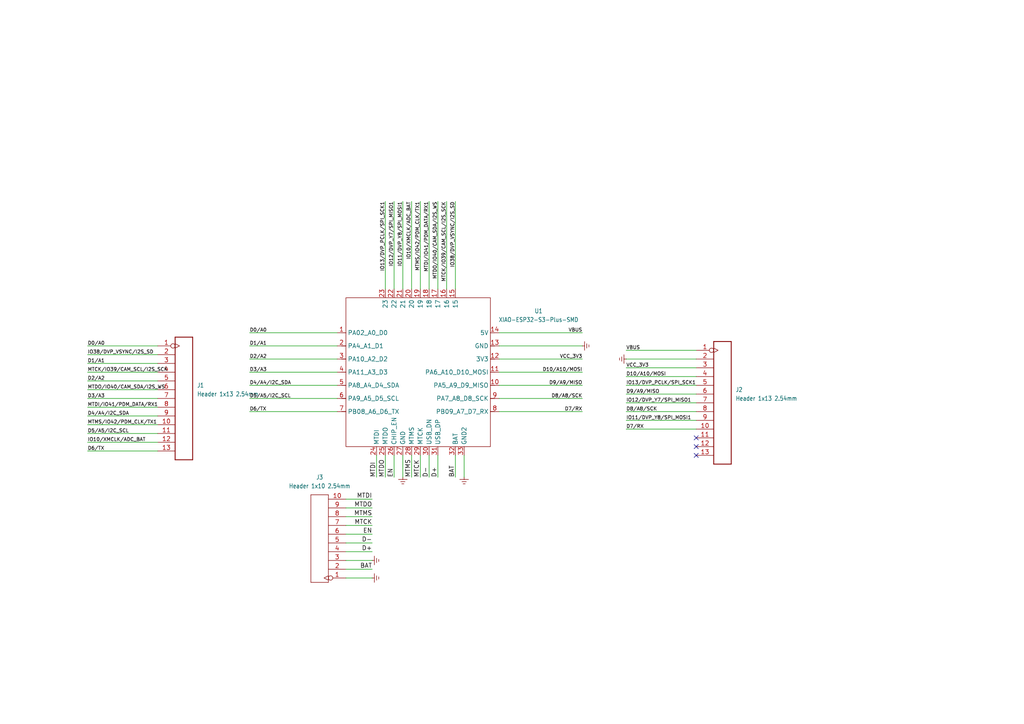
<source format=kicad_sch>
(kicad_sch
	(version 20231120)
	(generator "eeschema")
	(generator_version "8.0")
	(uuid "636c0511-9c19-45a5-8dea-7a4f2c4d77d5")
	(paper "A4")
	(lib_symbols
		(symbol "Connector/HEADER-11P_1"
			(exclude_from_sim no)
			(in_bom yes)
			(on_board yes)
			(property "Reference" "J1"
				(at 3.81 1.2701 0)
				(effects
					(font
						(size 1.27 1.0795)
					)
					(justify left)
				)
			)
			(property "Value" "Header 1x11 2.54mm"
				(at 3.81 -1.2699 0)
				(effects
					(font
						(size 1.27 1.0795)
					)
					(justify left)
				)
			)
			(property "Footprint" "Connector:H11-2.54-35"
				(at 0 0 0)
				(effects
					(font
						(size 1.27 1.27)
					)
					(hide yes)
				)
			)
			(property "Datasheet" ""
				(at 0 0 0)
				(effects
					(font
						(size 1.27 1.27)
					)
					(hide yes)
				)
			)
			(property "Description" "DIP Black Male Header VERT;1*11P-2.54-2.54-11.6/3.0mm"
				(at 0 0 0)
				(effects
					(font
						(size 1.27 1.27)
					)
					(hide yes)
				)
			)
			(property "Manufacturer" "思拓展"
				(at 0 0 0)
				(effects
					(font
						(size 1.27 1.27)
					)
					(hide yes)
				)
			)
			(property "MPN" ""
				(at 0 0 0)
				(effects
					(font
						(size 1.27 1.27)
					)
					(hide yes)
				)
			)
			(property "SKU" "HEADER-11P"
				(at 0 0 0)
				(effects
					(font
						(size 1.27 1.27)
					)
					(hide yes)
				)
			)
			(property "Part Type" "Header"
				(at 0 0 0)
				(effects
					(font
						(size 1.27 1.27)
					)
					(hide yes)
				)
			)
			(property "Rating" ""
				(at 0 0 0)
				(effects
					(font
						(size 1.27 1.27)
					)
				)
			)
			(property "Status" ""
				(at 0 0 0)
				(effects
					(font
						(size 1.27 1.27)
					)
					(hide yes)
				)
			)
			(property "Temperature" ""
				(at 0 0 0)
				(effects
					(font
						(size 1.27 1.27)
					)
					(hide yes)
				)
			)
			(property "Priority" ""
				(at 0 0 0)
				(effects
					(font
						(size 1.27 1.27)
					)
					(hide yes)
				)
			)
			(property "ki_fp_filters" "Connector:H11-2.54-35"
				(at 0 0 0)
				(effects
					(font
						(size 1.27 1.27)
					)
					(hide yes)
				)
			)
			(symbol "Connector/HEADER-11P_1_1_0"
				(polyline
					(pts
						(xy -2.54 -20.32) (xy -2.54 15.24)
					)
					(stroke
						(width 0.254)
						(type solid)
					)
					(fill
						(type none)
					)
				)
				(polyline
					(pts
						(xy -2.54 15.24) (xy 2.54 15.24)
					)
					(stroke
						(width 0.254)
						(type solid)
					)
					(fill
						(type none)
					)
				)
				(polyline
					(pts
						(xy 2.54 -20.32) (xy -2.54 -20.32)
					)
					(stroke
						(width 0.254)
						(type solid)
					)
					(fill
						(type none)
					)
				)
				(polyline
					(pts
						(xy 2.54 15.24) (xy 2.54 -20.32)
					)
					(stroke
						(width 0.254)
						(type solid)
					)
					(fill
						(type none)
					)
				)
				(pin passive inverted_clock
					(at -7.62 12.7 0)
					(length 5.08)
					(name "1"
						(effects
							(font
								(size 0 0)
							)
						)
					)
					(number "1"
						(effects
							(font
								(size 1.27 1.27)
							)
						)
					)
				)
				(pin passive line
					(at -7.62 -10.16 0)
					(length 5.08)
					(name "10"
						(effects
							(font
								(size 0 0)
							)
						)
					)
					(number "10"
						(effects
							(font
								(size 1.27 1.27)
							)
						)
					)
				)
				(pin passive line
					(at -7.62 -12.7 0)
					(length 5.08)
					(name "11"
						(effects
							(font
								(size 0 0)
							)
						)
					)
					(number "11"
						(effects
							(font
								(size 1.27 1.27)
							)
						)
					)
				)
				(pin passive line
					(at -7.62 -15.24 0)
					(length 5.08)
					(name "12"
						(effects
							(font
								(size 0 0)
							)
						)
					)
					(number "12"
						(effects
							(font
								(size 1.27 1.27)
							)
						)
					)
				)
				(pin passive line
					(at -7.62 -17.78 0)
					(length 5.08)
					(name "13"
						(effects
							(font
								(size 0 0)
							)
						)
					)
					(number "13"
						(effects
							(font
								(size 1.27 1.27)
							)
						)
					)
				)
				(pin passive line
					(at -7.62 10.16 0)
					(length 5.08)
					(name "2"
						(effects
							(font
								(size 0 0)
							)
						)
					)
					(number "2"
						(effects
							(font
								(size 1.27 1.27)
							)
						)
					)
				)
				(pin passive line
					(at -7.62 7.62 0)
					(length 5.08)
					(name "3"
						(effects
							(font
								(size 0 0)
							)
						)
					)
					(number "3"
						(effects
							(font
								(size 1.27 1.27)
							)
						)
					)
				)
				(pin passive line
					(at -7.62 5.08 0)
					(length 5.08)
					(name "4"
						(effects
							(font
								(size 0 0)
							)
						)
					)
					(number "4"
						(effects
							(font
								(size 1.27 1.27)
							)
						)
					)
				)
				(pin passive line
					(at -7.62 2.54 0)
					(length 5.08)
					(name "5"
						(effects
							(font
								(size 0 0)
							)
						)
					)
					(number "5"
						(effects
							(font
								(size 1.27 1.27)
							)
						)
					)
				)
				(pin passive line
					(at -7.62 0 0)
					(length 5.08)
					(name "6"
						(effects
							(font
								(size 0 0)
							)
						)
					)
					(number "6"
						(effects
							(font
								(size 1.27 1.27)
							)
						)
					)
				)
				(pin passive line
					(at -7.62 -2.54 0)
					(length 5.08)
					(name "7"
						(effects
							(font
								(size 0 0)
							)
						)
					)
					(number "7"
						(effects
							(font
								(size 1.27 1.27)
							)
						)
					)
				)
				(pin passive line
					(at -7.62 -5.08 0)
					(length 5.08)
					(name "8"
						(effects
							(font
								(size 0 0)
							)
						)
					)
					(number "8"
						(effects
							(font
								(size 1.27 1.27)
							)
						)
					)
				)
				(pin passive line
					(at -7.62 -7.62 0)
					(length 5.08)
					(name "9"
						(effects
							(font
								(size 0 0)
							)
						)
					)
					(number "9"
						(effects
							(font
								(size 1.27 1.27)
							)
						)
					)
				)
			)
		)
		(symbol "Seeed_Studio_XIAO_Series:XIAO-ESP32-S3-Plus-SMD"
			(exclude_from_sim no)
			(in_bom yes)
			(on_board yes)
			(property "Reference" "U"
				(at -21.59 24.13 0)
				(effects
					(font
						(size 1.27 1.0795)
					)
					(justify left bottom)
				)
			)
			(property "Value" "XIAO-ESP32-S3-Plus-SMD"
				(at -21.59 22.098 0)
				(effects
					(font
						(size 1.27 1.0795)
					)
					(justify left bottom)
				)
			)
			(property "Footprint" ""
				(at 0 0 0)
				(effects
					(font
						(size 1.27 1.27)
					)
					(hide yes)
				)
			)
			(property "Datasheet" ""
				(at 0 0 0)
				(effects
					(font
						(size 1.27 1.27)
					)
					(hide yes)
				)
			)
			(property "Description" ""
				(at 0 0 0)
				(effects
					(font
						(size 1.27 1.27)
					)
					(hide yes)
				)
			)
			(symbol "XIAO-ESP32-S3-Plus-SMD_0_1"
				(rectangle
					(start -21.59 21.59)
					(end 20.32 -21.59)
					(stroke
						(width 0)
						(type default)
					)
					(fill
						(type none)
					)
				)
			)
			(symbol "XIAO-ESP32-S3-Plus-SMD_1_0"
				(polyline
					(pts
						(xy -21.59 -11.43) (xy -22.86 -11.43)
					)
					(stroke
						(width 0.1524)
						(type solid)
					)
					(fill
						(type none)
					)
				)
				(polyline
					(pts
						(xy -21.59 -7.62) (xy -22.86 -7.62)
					)
					(stroke
						(width 0.1524)
						(type solid)
					)
					(fill
						(type none)
					)
				)
				(polyline
					(pts
						(xy -21.59 -3.81) (xy -22.86 -3.81)
					)
					(stroke
						(width 0.1524)
						(type solid)
					)
					(fill
						(type none)
					)
				)
				(polyline
					(pts
						(xy -21.59 0) (xy -22.86 0)
					)
					(stroke
						(width 0.1524)
						(type solid)
					)
					(fill
						(type none)
					)
				)
				(polyline
					(pts
						(xy -21.59 3.81) (xy -22.86 3.81)
					)
					(stroke
						(width 0.1524)
						(type solid)
					)
					(fill
						(type none)
					)
				)
				(polyline
					(pts
						(xy -21.59 7.62) (xy -22.86 7.62)
					)
					(stroke
						(width 0.1524)
						(type solid)
					)
					(fill
						(type none)
					)
				)
				(polyline
					(pts
						(xy -21.59 11.43) (xy -22.86 11.43)
					)
					(stroke
						(width 0.1524)
						(type solid)
					)
					(fill
						(type none)
					)
				)
				(polyline
					(pts
						(xy 21.59 -11.43) (xy 20.32 -11.43)
					)
					(stroke
						(width 0.1524)
						(type solid)
					)
					(fill
						(type none)
					)
				)
				(polyline
					(pts
						(xy 21.59 -7.62) (xy 20.32 -7.62)
					)
					(stroke
						(width 0.1524)
						(type solid)
					)
					(fill
						(type none)
					)
				)
				(polyline
					(pts
						(xy 21.59 -3.81) (xy 20.32 -3.81)
					)
					(stroke
						(width 0.1524)
						(type solid)
					)
					(fill
						(type none)
					)
				)
				(polyline
					(pts
						(xy 21.59 0) (xy 20.32 0)
					)
					(stroke
						(width 0.1524)
						(type solid)
					)
					(fill
						(type none)
					)
				)
				(polyline
					(pts
						(xy 21.59 3.81) (xy 20.32 3.81)
					)
					(stroke
						(width 0.1524)
						(type solid)
					)
					(fill
						(type none)
					)
				)
				(polyline
					(pts
						(xy 21.59 7.62) (xy 20.32 7.62)
					)
					(stroke
						(width 0.1524)
						(type solid)
					)
					(fill
						(type none)
					)
				)
				(polyline
					(pts
						(xy 21.59 11.43) (xy 20.32 11.43)
					)
					(stroke
						(width 0.1524)
						(type solid)
					)
					(fill
						(type none)
					)
				)
				(pin passive line
					(at -24.13 11.43 0)
					(length 2.54)
					(name "PA02_A0_D0"
						(effects
							(font
								(size 1.27 1.27)
							)
						)
					)
					(number "1"
						(effects
							(font
								(size 1.27 1.27)
							)
						)
					)
				)
				(pin passive line
					(at 22.86 -3.81 180)
					(length 2.54)
					(name "PA5_A9_D9_MISO"
						(effects
							(font
								(size 1.27 1.27)
							)
						)
					)
					(number "10"
						(effects
							(font
								(size 1.27 1.27)
							)
						)
					)
				)
				(pin passive line
					(at 22.86 0 180)
					(length 2.54)
					(name "PA6_A10_D10_MOSI"
						(effects
							(font
								(size 1.27 1.27)
							)
						)
					)
					(number "11"
						(effects
							(font
								(size 1.27 1.27)
							)
						)
					)
				)
				(pin passive line
					(at 22.86 3.81 180)
					(length 2.54)
					(name "3V3"
						(effects
							(font
								(size 1.27 1.27)
							)
						)
					)
					(number "12"
						(effects
							(font
								(size 1.27 1.27)
							)
						)
					)
				)
				(pin passive line
					(at 22.86 7.62 180)
					(length 2.54)
					(name "GND"
						(effects
							(font
								(size 1.27 1.27)
							)
						)
					)
					(number "13"
						(effects
							(font
								(size 1.27 1.27)
							)
						)
					)
				)
				(pin passive line
					(at 22.86 11.43 180)
					(length 2.54)
					(name "5V"
						(effects
							(font
								(size 1.27 1.27)
							)
						)
					)
					(number "14"
						(effects
							(font
								(size 1.27 1.27)
							)
						)
					)
				)
				(pin passive line
					(at -24.13 7.62 0)
					(length 2.54)
					(name "PA4_A1_D1"
						(effects
							(font
								(size 1.27 1.27)
							)
						)
					)
					(number "2"
						(effects
							(font
								(size 1.27 1.27)
							)
						)
					)
				)
				(pin passive line
					(at -24.13 3.81 0)
					(length 2.54)
					(name "PA10_A2_D2"
						(effects
							(font
								(size 1.27 1.27)
							)
						)
					)
					(number "3"
						(effects
							(font
								(size 1.27 1.27)
							)
						)
					)
				)
				(pin passive line
					(at -24.13 0 0)
					(length 2.54)
					(name "PA11_A3_D3"
						(effects
							(font
								(size 1.27 1.27)
							)
						)
					)
					(number "4"
						(effects
							(font
								(size 1.27 1.27)
							)
						)
					)
				)
				(pin passive line
					(at -24.13 -3.81 0)
					(length 2.54)
					(name "PA8_A4_D4_SDA"
						(effects
							(font
								(size 1.27 1.27)
							)
						)
					)
					(number "5"
						(effects
							(font
								(size 1.27 1.27)
							)
						)
					)
				)
				(pin passive line
					(at -24.13 -7.62 0)
					(length 2.54)
					(name "PA9_A5_D5_SCL"
						(effects
							(font
								(size 1.27 1.27)
							)
						)
					)
					(number "6"
						(effects
							(font
								(size 1.27 1.27)
							)
						)
					)
				)
				(pin passive line
					(at -24.13 -11.43 0)
					(length 2.54)
					(name "PB08_A6_D6_TX"
						(effects
							(font
								(size 1.27 1.27)
							)
						)
					)
					(number "7"
						(effects
							(font
								(size 1.27 1.27)
							)
						)
					)
				)
				(pin passive line
					(at 22.86 -11.43 180)
					(length 2.54)
					(name "PB09_A7_D7_RX"
						(effects
							(font
								(size 1.27 1.27)
							)
						)
					)
					(number "8"
						(effects
							(font
								(size 1.27 1.27)
							)
						)
					)
				)
				(pin passive line
					(at 22.86 -7.62 180)
					(length 2.54)
					(name "PA7_A8_D8_SCK"
						(effects
							(font
								(size 1.27 1.27)
							)
						)
					)
					(number "9"
						(effects
							(font
								(size 1.27 1.27)
							)
						)
					)
				)
			)
			(symbol "XIAO-ESP32-S3-Plus-SMD_1_1"
				(pin passive line
					(at 10.16 24.13 270)
					(length 2.54)
					(name "15"
						(effects
							(font
								(size 1.27 1.27)
							)
						)
					)
					(number "15"
						(effects
							(font
								(size 1.27 1.27)
							)
						)
					)
				)
				(pin passive line
					(at 7.62 24.13 270)
					(length 2.54)
					(name "16"
						(effects
							(font
								(size 1.27 1.27)
							)
						)
					)
					(number "16"
						(effects
							(font
								(size 1.27 1.27)
							)
						)
					)
				)
				(pin passive line
					(at 5.08 24.13 270)
					(length 2.54)
					(name "17"
						(effects
							(font
								(size 1.27 1.27)
							)
						)
					)
					(number "17"
						(effects
							(font
								(size 1.27 1.27)
							)
						)
					)
				)
				(pin passive line
					(at 2.54 24.13 270)
					(length 2.54)
					(name "18"
						(effects
							(font
								(size 1.27 1.27)
							)
						)
					)
					(number "18"
						(effects
							(font
								(size 1.27 1.27)
							)
						)
					)
				)
				(pin passive line
					(at 0 24.13 270)
					(length 2.54)
					(name "19"
						(effects
							(font
								(size 1.27 1.27)
							)
						)
					)
					(number "19"
						(effects
							(font
								(size 1.27 1.27)
							)
						)
					)
				)
				(pin passive line
					(at -2.54 24.13 270)
					(length 2.54)
					(name "20"
						(effects
							(font
								(size 1.27 1.27)
							)
						)
					)
					(number "20"
						(effects
							(font
								(size 1.27 1.27)
							)
						)
					)
				)
				(pin passive line
					(at -5.08 24.13 270)
					(length 2.54)
					(name "21"
						(effects
							(font
								(size 1.27 1.27)
							)
						)
					)
					(number "21"
						(effects
							(font
								(size 1.27 1.27)
							)
						)
					)
				)
				(pin passive line
					(at -7.62 24.13 270)
					(length 2.54)
					(name "22"
						(effects
							(font
								(size 1.27 1.27)
							)
						)
					)
					(number "22"
						(effects
							(font
								(size 1.27 1.27)
							)
						)
					)
				)
				(pin passive line
					(at -10.16 24.13 270)
					(length 2.54)
					(name "23"
						(effects
							(font
								(size 1.27 1.27)
							)
						)
					)
					(number "23"
						(effects
							(font
								(size 1.27 1.27)
							)
						)
					)
				)
				(pin passive line
					(at -12.7 -24.13 90)
					(length 2.54)
					(name "MTDI"
						(effects
							(font
								(size 1.27 1.27)
							)
						)
					)
					(number "24"
						(effects
							(font
								(size 1.27 1.27)
							)
						)
					)
				)
				(pin passive line
					(at -10.16 -24.13 90)
					(length 2.54)
					(name "MTDO"
						(effects
							(font
								(size 1.27 1.27)
							)
						)
					)
					(number "25"
						(effects
							(font
								(size 1.27 1.27)
							)
						)
					)
				)
				(pin passive line
					(at -7.62 -24.13 90)
					(length 2.54)
					(name "CHIP_EN"
						(effects
							(font
								(size 1.27 1.27)
							)
						)
					)
					(number "26"
						(effects
							(font
								(size 1.27 1.27)
							)
						)
					)
				)
				(pin passive line
					(at -5.08 -24.13 90)
					(length 2.54)
					(name "GND"
						(effects
							(font
								(size 1.27 1.27)
							)
						)
					)
					(number "27"
						(effects
							(font
								(size 1.27 1.27)
							)
						)
					)
				)
				(pin passive line
					(at -2.54 -24.13 90)
					(length 2.54)
					(name "MTMS"
						(effects
							(font
								(size 1.27 1.27)
							)
						)
					)
					(number "28"
						(effects
							(font
								(size 1.27 1.27)
							)
						)
					)
				)
				(pin passive line
					(at 0 -24.13 90)
					(length 2.54)
					(name "MTCK"
						(effects
							(font
								(size 1.27 1.27)
							)
						)
					)
					(number "29"
						(effects
							(font
								(size 1.27 1.27)
							)
						)
					)
				)
				(pin passive line
					(at 2.54 -24.13 90)
					(length 2.54)
					(name "USB_DN"
						(effects
							(font
								(size 1.27 1.27)
							)
						)
					)
					(number "30"
						(effects
							(font
								(size 1.27 1.27)
							)
						)
					)
				)
				(pin passive line
					(at 5.08 -24.13 90)
					(length 2.54)
					(name "USB_DP"
						(effects
							(font
								(size 1.27 1.27)
							)
						)
					)
					(number "31"
						(effects
							(font
								(size 1.27 1.27)
							)
						)
					)
				)
				(pin passive line
					(at 10.16 -24.13 90)
					(length 2.54)
					(name "BAT"
						(effects
							(font
								(size 1.27 1.27)
							)
						)
					)
					(number "32"
						(effects
							(font
								(size 1.27 1.27)
							)
						)
					)
				)
				(pin passive line
					(at 12.7 -24.13 90)
					(length 2.54)
					(name "GND2"
						(effects
							(font
								(size 1.27 1.27)
							)
						)
					)
					(number "33"
						(effects
							(font
								(size 1.27 1.27)
							)
						)
					)
				)
			)
		)
		(symbol "XIAO ESP32S3_v1.2_230725-eagle-import:GND_POWER"
			(power)
			(exclude_from_sim no)
			(in_bom yes)
			(on_board yes)
			(property "Reference" "#G"
				(at 0 0 0)
				(effects
					(font
						(size 1.27 1.27)
					)
					(hide yes)
				)
			)
			(property "Value" ""
				(at 0 0 0)
				(effects
					(font
						(size 1.27 1.27)
					)
					(hide yes)
				)
			)
			(property "Footprint" ""
				(at 0 0 0)
				(effects
					(font
						(size 1.27 1.27)
					)
					(hide yes)
				)
			)
			(property "Datasheet" ""
				(at 0 0 0)
				(effects
					(font
						(size 1.27 1.27)
					)
					(hide yes)
				)
			)
			(property "Description" ""
				(at 0 0 0)
				(effects
					(font
						(size 1.27 1.27)
					)
					(hide yes)
				)
			)
			(property "ki_locked" ""
				(at 0 0 0)
				(effects
					(font
						(size 1.27 1.27)
					)
				)
			)
			(symbol "GND_POWER_1_0"
				(polyline
					(pts
						(xy -1.27 -0.635) (xy 0 -0.635)
					)
					(stroke
						(width 0.1524)
						(type solid)
					)
					(fill
						(type none)
					)
				)
				(polyline
					(pts
						(xy -0.635 -1.27) (xy 0.635 -1.27)
					)
					(stroke
						(width 0.1524)
						(type solid)
					)
					(fill
						(type none)
					)
				)
				(polyline
					(pts
						(xy -0.3175 -1.905) (xy 0.3175 -1.905)
					)
					(stroke
						(width 0.1524)
						(type solid)
					)
					(fill
						(type none)
					)
				)
				(polyline
					(pts
						(xy 0 -0.635) (xy 1.27 -0.635)
					)
					(stroke
						(width 0.1524)
						(type solid)
					)
					(fill
						(type none)
					)
				)
				(polyline
					(pts
						(xy 0 0) (xy 0 -0.635)
					)
					(stroke
						(width 0.1524)
						(type solid)
					)
					(fill
						(type none)
					)
				)
				(pin power_in line
					(at 0 0 270)
					(length 0)
					(name "GND"
						(effects
							(font
								(size 0 0)
							)
						)
					)
					(number "1"
						(effects
							(font
								(size 0 0)
							)
						)
					)
				)
			)
		)
		(symbol "libdb:Connector/320020050"
			(exclude_from_sim no)
			(in_bom yes)
			(on_board yes)
			(property "Reference" "J"
				(at -2.54 13.97 0)
				(effects
					(font
						(size 1.27 1.0795)
					)
					(justify left bottom)
				)
			)
			(property "Value" "Header 1x10 2.54mm"
				(at -2.54 12.7 0)
				(effects
					(font
						(size 1.27 1.0795)
					)
					(justify left bottom)
				)
			)
			(property "Footprint" "Connector:H10-2.54"
				(at 0 0 0)
				(effects
					(font
						(size 1.27 1.27)
					)
					(hide yes)
				)
			)
			(property "Datasheet" ""
				(at 0 0 0)
				(effects
					(font
						(size 1.27 1.27)
					)
					(hide yes)
				)
			)
			(property "Description" "DIP Black Male Header VERT;1*10P-2.54-2.54-11.6/3.0mm"
				(at 0 0 0)
				(effects
					(font
						(size 1.27 1.27)
					)
					(hide yes)
				)
			)
			(property "Manufacturer" "思拓展"
				(at 0 0 0)
				(effects
					(font
						(size 1.27 1.27)
					)
					(hide yes)
				)
			)
			(property "MPN" "PF-2056"
				(at 0 0 0)
				(effects
					(font
						(size 1.27 1.27)
					)
					(hide yes)
				)
			)
			(property "SKU" "320020050"
				(at 0 0 0)
				(effects
					(font
						(size 1.27 1.27)
					)
					(hide yes)
				)
			)
			(property "Part Type" "Header"
				(at 0 0 0)
				(effects
					(font
						(size 1.27 1.27)
					)
					(hide yes)
				)
			)
			(property "Rating" ""
				(at 0 0 0)
				(effects
					(font
						(size 1.27 1.27)
					)
				)
			)
			(property "Status" "Grove Base Cape for PocketBeagle"
				(at 0 0 0)
				(effects
					(font
						(size 1.27 1.27)
					)
					(hide yes)
				)
			)
			(property "Temperature" ""
				(at 0 0 0)
				(effects
					(font
						(size 1.27 1.27)
					)
					(hide yes)
				)
			)
			(property "Priority" ""
				(at 0 0 0)
				(effects
					(font
						(size 1.27 1.27)
					)
					(hide yes)
				)
			)
			(property "ki_fp_filters" "Connector:H10-2.54"
				(at 0 0 0)
				(effects
					(font
						(size 1.27 1.27)
					)
					(hide yes)
				)
			)
			(symbol "Connector/320020050_1_0"
				(polyline
					(pts
						(xy -2.54 -12.7) (xy -2.54 12.7)
					)
					(stroke
						(width 0.1524)
						(type solid)
					)
					(fill
						(type none)
					)
				)
				(polyline
					(pts
						(xy -2.54 12.7) (xy 2.54 12.7)
					)
					(stroke
						(width 0.1524)
						(type solid)
					)
					(fill
						(type none)
					)
				)
				(polyline
					(pts
						(xy 2.54 -12.7) (xy -2.54 -12.7)
					)
					(stroke
						(width 0.1524)
						(type solid)
					)
					(fill
						(type none)
					)
				)
				(polyline
					(pts
						(xy 2.54 12.7) (xy 2.54 -12.7)
					)
					(stroke
						(width 0.1524)
						(type solid)
					)
					(fill
						(type none)
					)
				)
				(pin passive inverted_clock
					(at -7.62 11.43 0)
					(length 5.08)
					(name "1"
						(effects
							(font
								(size 0 0)
							)
						)
					)
					(number "1"
						(effects
							(font
								(size 1.27 1.27)
							)
						)
					)
				)
				(pin passive line
					(at -7.62 -11.43 0)
					(length 5.08)
					(name "10"
						(effects
							(font
								(size 0 0)
							)
						)
					)
					(number "10"
						(effects
							(font
								(size 1.27 1.27)
							)
						)
					)
				)
				(pin passive line
					(at -7.62 8.89 0)
					(length 5.08)
					(name "2"
						(effects
							(font
								(size 0 0)
							)
						)
					)
					(number "2"
						(effects
							(font
								(size 1.27 1.27)
							)
						)
					)
				)
				(pin passive line
					(at -7.62 6.35 0)
					(length 5.08)
					(name "3"
						(effects
							(font
								(size 0 0)
							)
						)
					)
					(number "3"
						(effects
							(font
								(size 1.27 1.27)
							)
						)
					)
				)
				(pin passive line
					(at -7.62 3.81 0)
					(length 5.08)
					(name "4"
						(effects
							(font
								(size 0 0)
							)
						)
					)
					(number "4"
						(effects
							(font
								(size 1.27 1.27)
							)
						)
					)
				)
				(pin passive line
					(at -7.62 1.27 0)
					(length 5.08)
					(name "5"
						(effects
							(font
								(size 0 0)
							)
						)
					)
					(number "5"
						(effects
							(font
								(size 1.27 1.27)
							)
						)
					)
				)
				(pin passive line
					(at -7.62 -1.27 0)
					(length 5.08)
					(name "6"
						(effects
							(font
								(size 0 0)
							)
						)
					)
					(number "6"
						(effects
							(font
								(size 1.27 1.27)
							)
						)
					)
				)
				(pin passive line
					(at -7.62 -3.81 0)
					(length 5.08)
					(name "7"
						(effects
							(font
								(size 0 0)
							)
						)
					)
					(number "7"
						(effects
							(font
								(size 1.27 1.27)
							)
						)
					)
				)
				(pin passive line
					(at -7.62 -6.35 0)
					(length 5.08)
					(name "8"
						(effects
							(font
								(size 0 0)
							)
						)
					)
					(number "8"
						(effects
							(font
								(size 1.27 1.27)
							)
						)
					)
				)
				(pin passive line
					(at -7.62 -8.89 0)
					(length 5.08)
					(name "9"
						(effects
							(font
								(size 0 0)
							)
						)
					)
					(number "9"
						(effects
							(font
								(size 1.27 1.27)
							)
						)
					)
				)
			)
		)
	)
	(no_connect
		(at 201.93 129.54)
		(uuid "ab2a90fa-da94-49e8-9ea8-8acaafd09e2b")
	)
	(no_connect
		(at 201.93 127)
		(uuid "d02bfc50-1f01-41a9-bdfc-45baa882a2d3")
	)
	(no_connect
		(at 201.93 132.08)
		(uuid "ef863fd1-d694-442a-aa74-7d7a41afe7df")
	)
	(wire
		(pts
			(xy 25.4 107.95) (xy 45.72 107.95)
		)
		(stroke
			(width 0)
			(type default)
		)
		(uuid "0293a2f5-4058-459a-b33a-b74a91f29569")
	)
	(wire
		(pts
			(xy 129.54 58.42) (xy 129.54 83.82)
		)
		(stroke
			(width 0)
			(type default)
		)
		(uuid "0c7134bb-7a5e-4f3d-828c-d5773adf9040")
	)
	(wire
		(pts
			(xy 100.33 157.48) (xy 107.95 157.48)
		)
		(stroke
			(width 0)
			(type default)
		)
		(uuid "0cd08e75-c915-4123-aac0-9093c1f68d7c")
	)
	(wire
		(pts
			(xy 100.33 160.02) (xy 107.95 160.02)
		)
		(stroke
			(width 0)
			(type default)
		)
		(uuid "14a9ddf2-6e5f-4d50-8ec6-551f5afe68dc")
	)
	(wire
		(pts
			(xy 72.39 100.33) (xy 97.79 100.33)
		)
		(stroke
			(width 0)
			(type default)
		)
		(uuid "197f857c-e015-4ac2-b929-3fc6ce6735eb")
	)
	(wire
		(pts
			(xy 25.4 130.81) (xy 45.72 130.81)
		)
		(stroke
			(width 0)
			(type default)
		)
		(uuid "19cba7a8-d9e5-4ef8-bd67-aabf162ab8a5")
	)
	(wire
		(pts
			(xy 100.33 152.4) (xy 107.95 152.4)
		)
		(stroke
			(width 0)
			(type default)
		)
		(uuid "1ea42e2f-89fd-4b15-84b2-8ce2585efbdc")
	)
	(wire
		(pts
			(xy 127 58.42) (xy 127 83.82)
		)
		(stroke
			(width 0)
			(type default)
		)
		(uuid "1f44f041-9b11-4ee3-abd4-c7f8f1a56afe")
	)
	(wire
		(pts
			(xy 25.4 120.65) (xy 45.72 120.65)
		)
		(stroke
			(width 0)
			(type default)
		)
		(uuid "20a6ecb0-a47f-44e3-b7fa-bf84b74b2a58")
	)
	(wire
		(pts
			(xy 127 132.08) (xy 127 138.43)
		)
		(stroke
			(width 0)
			(type default)
		)
		(uuid "20fbb921-a7a6-4b55-a79a-c0883e5db306")
	)
	(wire
		(pts
			(xy 144.78 104.14) (xy 168.91 104.14)
		)
		(stroke
			(width 0)
			(type default)
		)
		(uuid "2692e10f-ade1-416f-b2ba-c3511ac843f7")
	)
	(wire
		(pts
			(xy 100.33 162.56) (xy 107.95 162.56)
		)
		(stroke
			(width 0)
			(type default)
		)
		(uuid "269c8bfb-e394-4248-b95b-a29323ba2f2c")
	)
	(wire
		(pts
			(xy 181.61 109.22) (xy 201.93 109.22)
		)
		(stroke
			(width 0)
			(type default)
		)
		(uuid "26e7626a-6491-4f30-85e3-cd7dcb6b594e")
	)
	(wire
		(pts
			(xy 119.38 58.42) (xy 119.38 83.82)
		)
		(stroke
			(width 0)
			(type default)
		)
		(uuid "27653cbc-6753-47d6-acd0-bfa7a5a5520f")
	)
	(wire
		(pts
			(xy 111.76 132.08) (xy 111.76 138.43)
		)
		(stroke
			(width 0)
			(type default)
		)
		(uuid "279c1679-ace6-40e4-bdfc-262880ecba26")
	)
	(wire
		(pts
			(xy 100.33 154.94) (xy 107.95 154.94)
		)
		(stroke
			(width 0)
			(type default)
		)
		(uuid "28329d4c-e2e9-4000-8ae6-6c56f4c1b019")
	)
	(wire
		(pts
			(xy 144.78 111.76) (xy 168.91 111.76)
		)
		(stroke
			(width 0)
			(type default)
		)
		(uuid "2b60d18d-1e9c-4a31-a18d-428577bcd16c")
	)
	(wire
		(pts
			(xy 181.61 114.3) (xy 201.93 114.3)
		)
		(stroke
			(width 0)
			(type default)
		)
		(uuid "2d572771-8e8d-42f2-a45a-3ff44b533b21")
	)
	(wire
		(pts
			(xy 25.4 123.19) (xy 45.72 123.19)
		)
		(stroke
			(width 0)
			(type default)
		)
		(uuid "3186cedd-d850-4b5b-ac4d-98b867c95c6a")
	)
	(wire
		(pts
			(xy 116.84 132.08) (xy 116.84 138.43)
		)
		(stroke
			(width 0)
			(type default)
		)
		(uuid "324f9073-25d0-483b-b4b9-e261184af07c")
	)
	(wire
		(pts
			(xy 114.3 132.08) (xy 114.3 138.43)
		)
		(stroke
			(width 0)
			(type default)
		)
		(uuid "35d7c9fc-7e1b-41e0-a9db-b1aa33c0499d")
	)
	(wire
		(pts
			(xy 100.33 167.64) (xy 107.95 167.64)
		)
		(stroke
			(width 0)
			(type default)
		)
		(uuid "363db952-e581-43b5-8419-c6dd77611aca")
	)
	(wire
		(pts
			(xy 114.3 83.82) (xy 114.3 58.42)
		)
		(stroke
			(width 0)
			(type default)
		)
		(uuid "3b98cd7a-371a-4ea2-93c9-200403457861")
	)
	(wire
		(pts
			(xy 134.62 132.08) (xy 134.62 138.43)
		)
		(stroke
			(width 0)
			(type default)
		)
		(uuid "3b9a60f9-1618-4b7c-adc3-1c8da31321c1")
	)
	(wire
		(pts
			(xy 25.4 102.87) (xy 45.72 102.87)
		)
		(stroke
			(width 0)
			(type default)
		)
		(uuid "3be5f727-4113-4ffa-a058-8cd56b0e2163")
	)
	(wire
		(pts
			(xy 100.33 144.78) (xy 107.95 144.78)
		)
		(stroke
			(width 0)
			(type default)
		)
		(uuid "3c59e394-9f26-46db-8704-d441c327d1b4")
	)
	(wire
		(pts
			(xy 109.22 132.08) (xy 109.22 138.43)
		)
		(stroke
			(width 0)
			(type default)
		)
		(uuid "3ee16bbb-0f71-4a89-9641-963591fbc55d")
	)
	(wire
		(pts
			(xy 72.39 119.38) (xy 97.79 119.38)
		)
		(stroke
			(width 0)
			(type default)
		)
		(uuid "46beaa74-2278-4d26-948c-735c7ac93153")
	)
	(wire
		(pts
			(xy 144.78 100.33) (xy 168.91 100.33)
		)
		(stroke
			(width 0)
			(type default)
		)
		(uuid "47a76572-1719-4154-9c38-614bb1ed6756")
	)
	(wire
		(pts
			(xy 72.39 115.57) (xy 97.79 115.57)
		)
		(stroke
			(width 0)
			(type default)
		)
		(uuid "4917f57e-4895-4756-b0a2-b24a3f5f5cf4")
	)
	(wire
		(pts
			(xy 111.76 83.82) (xy 111.76 58.42)
		)
		(stroke
			(width 0)
			(type default)
		)
		(uuid "507edde2-8784-41b5-b3e8-62255721af58")
	)
	(wire
		(pts
			(xy 100.33 149.86) (xy 107.95 149.86)
		)
		(stroke
			(width 0)
			(type default)
		)
		(uuid "524f9ba8-798d-48fd-b7f8-656022fdb592")
	)
	(wire
		(pts
			(xy 25.4 113.03) (xy 45.72 113.03)
		)
		(stroke
			(width 0)
			(type default)
		)
		(uuid "6059df70-0f29-43f6-9630-35d47a87ba99")
	)
	(wire
		(pts
			(xy 121.92 132.08) (xy 121.92 138.43)
		)
		(stroke
			(width 0)
			(type default)
		)
		(uuid "6789c184-6dec-4eb1-85f4-0f99813a468a")
	)
	(wire
		(pts
			(xy 181.61 119.38) (xy 201.93 119.38)
		)
		(stroke
			(width 0)
			(type default)
		)
		(uuid "797ce9a1-f08d-4892-8953-5c9a6f5ee6e8")
	)
	(wire
		(pts
			(xy 181.61 106.68) (xy 201.93 106.68)
		)
		(stroke
			(width 0)
			(type default)
		)
		(uuid "857997bb-2659-4ed4-95ab-813b27a5e40a")
	)
	(wire
		(pts
			(xy 132.08 132.08) (xy 132.08 138.43)
		)
		(stroke
			(width 0)
			(type default)
		)
		(uuid "85f53093-05e0-42e6-8db6-b8488cd41e8e")
	)
	(wire
		(pts
			(xy 72.39 96.52) (xy 97.79 96.52)
		)
		(stroke
			(width 0)
			(type default)
		)
		(uuid "8794eb2f-ef8b-496c-96bd-21ddbbc2da35")
	)
	(wire
		(pts
			(xy 72.39 111.76) (xy 97.79 111.76)
		)
		(stroke
			(width 0)
			(type default)
		)
		(uuid "8ff7d8e1-a73a-4d55-b48a-9c8680ec751c")
	)
	(wire
		(pts
			(xy 144.78 107.95) (xy 168.91 107.95)
		)
		(stroke
			(width 0)
			(type default)
		)
		(uuid "90426dbf-1e31-4653-9dcd-2782451d749e")
	)
	(wire
		(pts
			(xy 25.4 125.73) (xy 45.72 125.73)
		)
		(stroke
			(width 0)
			(type default)
		)
		(uuid "9b61c2c5-f8c7-4cfe-900d-b6f1ba39bda6")
	)
	(wire
		(pts
			(xy 144.78 115.57) (xy 168.91 115.57)
		)
		(stroke
			(width 0)
			(type default)
		)
		(uuid "af2da7e7-85d9-4fe1-93c0-73eb55379097")
	)
	(wire
		(pts
			(xy 144.78 96.52) (xy 168.91 96.52)
		)
		(stroke
			(width 0)
			(type default)
		)
		(uuid "b0157b21-3b37-4830-8dbe-644f2f3e965e")
	)
	(wire
		(pts
			(xy 72.39 104.14) (xy 97.79 104.14)
		)
		(stroke
			(width 0)
			(type default)
		)
		(uuid "b2d7a311-e074-4af7-b60c-84949c573d45")
	)
	(wire
		(pts
			(xy 116.84 83.82) (xy 116.84 58.42)
		)
		(stroke
			(width 0)
			(type default)
		)
		(uuid "b30b881c-e76c-4b0f-b25e-05eefb360e10")
	)
	(wire
		(pts
			(xy 25.4 110.49) (xy 45.72 110.49)
		)
		(stroke
			(width 0)
			(type default)
		)
		(uuid "b5f07c9a-a9cb-42fd-ad9d-3e59036518cd")
	)
	(wire
		(pts
			(xy 25.4 100.33) (xy 45.72 100.33)
		)
		(stroke
			(width 0)
			(type default)
		)
		(uuid "b7c9b943-714b-46ee-9597-cb1a2fb30da4")
	)
	(wire
		(pts
			(xy 119.38 132.08) (xy 119.38 138.43)
		)
		(stroke
			(width 0)
			(type default)
		)
		(uuid "b9c12b57-a8bc-4cd5-9e04-0d6606baa626")
	)
	(wire
		(pts
			(xy 181.61 101.6) (xy 201.93 101.6)
		)
		(stroke
			(width 0)
			(type default)
		)
		(uuid "bdcca61d-6603-4126-a4e5-8f3f30f08d63")
	)
	(wire
		(pts
			(xy 124.46 58.42) (xy 124.46 83.82)
		)
		(stroke
			(width 0)
			(type default)
		)
		(uuid "be117389-11fa-43df-bdae-2dab699dbcac")
	)
	(wire
		(pts
			(xy 100.33 147.32) (xy 107.95 147.32)
		)
		(stroke
			(width 0)
			(type default)
		)
		(uuid "c7f215a7-8f4b-4b26-8097-1166c2015ff0")
	)
	(wire
		(pts
			(xy 181.61 111.76) (xy 201.93 111.76)
		)
		(stroke
			(width 0)
			(type default)
		)
		(uuid "c8d60e54-3271-4bdf-aec9-3bbe20bf6771")
	)
	(wire
		(pts
			(xy 124.46 132.08) (xy 124.46 138.43)
		)
		(stroke
			(width 0)
			(type default)
		)
		(uuid "ca1ede27-717a-401f-b91d-4cc72cff3f96")
	)
	(wire
		(pts
			(xy 181.61 124.46) (xy 201.93 124.46)
		)
		(stroke
			(width 0)
			(type default)
		)
		(uuid "d0516fdd-9fd2-4646-96e9-75205d8f8aef")
	)
	(wire
		(pts
			(xy 25.4 128.27) (xy 45.72 128.27)
		)
		(stroke
			(width 0)
			(type default)
		)
		(uuid "d55dfd6b-73d1-4c3a-927e-f2f6bfa05230")
	)
	(wire
		(pts
			(xy 25.4 105.41) (xy 45.72 105.41)
		)
		(stroke
			(width 0)
			(type default)
		)
		(uuid "dafe177b-6624-4e5c-a7ad-dd1aa4acff4a")
	)
	(wire
		(pts
			(xy 25.4 115.57) (xy 45.72 115.57)
		)
		(stroke
			(width 0)
			(type default)
		)
		(uuid "dc65f88a-7cf1-44d4-b7ad-457da88cdb3b")
	)
	(wire
		(pts
			(xy 100.33 165.1) (xy 107.95 165.1)
		)
		(stroke
			(width 0)
			(type default)
		)
		(uuid "ecb8242e-ede4-4de1-9dd0-450ed496d43c")
	)
	(wire
		(pts
			(xy 181.61 104.14) (xy 201.93 104.14)
		)
		(stroke
			(width 0)
			(type default)
		)
		(uuid "ed8ff38e-163a-46ac-9696-7d257551f1e0")
	)
	(wire
		(pts
			(xy 25.4 118.11) (xy 45.72 118.11)
		)
		(stroke
			(width 0)
			(type default)
		)
		(uuid "f051b3ab-d755-4b81-9201-61bcbd5d6fec")
	)
	(wire
		(pts
			(xy 181.61 121.92) (xy 201.93 121.92)
		)
		(stroke
			(width 0)
			(type default)
		)
		(uuid "f418ff64-f8d0-4546-ab40-0e419c888b9d")
	)
	(wire
		(pts
			(xy 181.61 116.84) (xy 201.93 116.84)
		)
		(stroke
			(width 0)
			(type default)
		)
		(uuid "f78cdd25-eaf0-4653-a6f2-0f47c0741eb5")
	)
	(wire
		(pts
			(xy 121.92 58.42) (xy 121.92 83.82)
		)
		(stroke
			(width 0)
			(type default)
		)
		(uuid "f7f0e4be-597d-4539-9076-c2df1b6263d1")
	)
	(wire
		(pts
			(xy 144.78 119.38) (xy 168.91 119.38)
		)
		(stroke
			(width 0)
			(type default)
		)
		(uuid "fb6d82b4-0ff2-46b3-aa2b-cc6c488235a0")
	)
	(wire
		(pts
			(xy 72.39 107.95) (xy 97.79 107.95)
		)
		(stroke
			(width 0)
			(type default)
		)
		(uuid "fc679e8f-5e81-4a5d-9910-5418a2d74dfe")
	)
	(wire
		(pts
			(xy 132.08 58.42) (xy 132.08 83.82)
		)
		(stroke
			(width 0)
			(type default)
		)
		(uuid "ff3c8859-5e2d-4aac-921f-efb8a0e7617b")
	)
	(label "MTDI"
		(at 107.95 144.78 180)
		(fields_autoplaced yes)
		(effects
			(font
				(size 1.27 1.27)
			)
			(justify right bottom)
		)
		(uuid "0265ac28-9faa-421f-8f43-ac4999d5b6d2")
	)
	(label "D10{slash}A10{slash}MOSI"
		(at 168.91 107.95 180)
		(fields_autoplaced yes)
		(effects
			(font
				(size 1 1)
			)
			(justify right bottom)
		)
		(uuid "066dd72b-e918-4c26-b770-d37cd660f092")
	)
	(label "MTMS{slash}IO42{slash}PDM_CLK{slash}TX1"
		(at 25.4 123.19 0)
		(fields_autoplaced yes)
		(effects
			(font
				(size 1 1)
			)
			(justify left bottom)
		)
		(uuid "0b9f1ac1-d2a0-49d6-a83f-33ceeb2d5dea")
	)
	(label "D5{slash}A5{slash}I2C_SCL"
		(at 25.4 125.73 0)
		(fields_autoplaced yes)
		(effects
			(font
				(size 1 1)
			)
			(justify left bottom)
		)
		(uuid "0d94a004-9c8e-40b6-a154-93b3961b4a05")
	)
	(label "MTMS{slash}IO42{slash}PDM_CLK{slash}TX1"
		(at 121.92 58.42 270)
		(fields_autoplaced yes)
		(effects
			(font
				(size 1 1)
			)
			(justify right bottom)
		)
		(uuid "0ec6743c-add6-4e1b-b5a3-decb2c804ef6")
	)
	(label "MTCK"
		(at 121.92 138.43 90)
		(fields_autoplaced yes)
		(effects
			(font
				(size 1.27 1.27)
			)
			(justify left bottom)
		)
		(uuid "1913ee74-527c-440f-bac4-404513e486ed")
	)
	(label "IO12{slash}DVP_Y7{slash}SPI_MISO1"
		(at 181.61 116.84 0)
		(fields_autoplaced yes)
		(effects
			(font
				(size 1 1)
			)
			(justify left bottom)
		)
		(uuid "1c5a2117-f969-43df-a644-8ca87bd4a4d0")
	)
	(label "IO11{slash}DVP_Y8{slash}SPI_MOSI1"
		(at 116.84 58.42 270)
		(fields_autoplaced yes)
		(effects
			(font
				(size 1 1)
			)
			(justify right bottom)
		)
		(uuid "1fa194e4-61bb-4037-9d0b-08438314c117")
	)
	(label "MTDO"
		(at 107.95 147.32 180)
		(fields_autoplaced yes)
		(effects
			(font
				(size 1.27 1.27)
			)
			(justify right bottom)
		)
		(uuid "20bbad6d-2d12-4628-bdf8-20266964bf5c")
	)
	(label "D4{slash}A4{slash}I2C_SDA"
		(at 72.39 111.76 0)
		(fields_autoplaced yes)
		(effects
			(font
				(size 1 1)
			)
			(justify left bottom)
		)
		(uuid "21234fa9-74f4-4ac0-bb46-8cb3807b0667")
	)
	(label "D9{slash}A9{slash}MISO"
		(at 168.91 111.76 180)
		(fields_autoplaced yes)
		(effects
			(font
				(size 1 1)
			)
			(justify right bottom)
		)
		(uuid "241ece50-721b-4783-9da1-26f80e99efda")
	)
	(label "MTDO{slash}IO40{slash}CAM_SDA{slash}I2S_WS"
		(at 127 58.42 270)
		(fields_autoplaced yes)
		(effects
			(font
				(size 1 1)
			)
			(justify right bottom)
		)
		(uuid "32acdc06-e9cc-4b79-bb9e-1f5d60622303")
	)
	(label "EN"
		(at 107.95 154.94 180)
		(fields_autoplaced yes)
		(effects
			(font
				(size 1.27 1.27)
			)
			(justify right bottom)
		)
		(uuid "33840102-81d7-4325-94a8-de75b06b8646")
	)
	(label "MTDI{slash}IO41{slash}PDM_DATA{slash}RX1"
		(at 25.4 118.11 0)
		(fields_autoplaced yes)
		(effects
			(font
				(size 1 1)
			)
			(justify left bottom)
		)
		(uuid "372da294-f99e-46d6-ac6f-d2f23bb7726d")
	)
	(label "D1{slash}A1"
		(at 72.39 100.33 0)
		(fields_autoplaced yes)
		(effects
			(font
				(size 1 1)
			)
			(justify left bottom)
		)
		(uuid "38480355-c950-403a-a2bb-ef7a17e49a09")
	)
	(label "D7{slash}RX"
		(at 181.61 124.46 0)
		(fields_autoplaced yes)
		(effects
			(font
				(size 1 1)
			)
			(justify left bottom)
		)
		(uuid "4ac4207c-603e-403c-99d7-c5348f43021d")
	)
	(label "IO10{slash}XMCLK{slash}ADC_BAT"
		(at 119.38 58.42 270)
		(fields_autoplaced yes)
		(effects
			(font
				(size 1 1)
			)
			(justify right bottom)
		)
		(uuid "4c421bc7-3c87-406d-a869-a4c6439b2621")
	)
	(label "MTCK"
		(at 107.95 152.4 180)
		(fields_autoplaced yes)
		(effects
			(font
				(size 1.27 1.27)
			)
			(justify right bottom)
		)
		(uuid "4d06f30b-0f52-4673-b256-87fcb4acf73c")
	)
	(label "D+"
		(at 107.95 160.02 180)
		(fields_autoplaced yes)
		(effects
			(font
				(size 1.27 1.27)
			)
			(justify right bottom)
		)
		(uuid "4f3a8871-5faa-41d7-b22e-52fc0be4541b")
	)
	(label "D9{slash}A9{slash}MISO"
		(at 181.61 114.3 0)
		(fields_autoplaced yes)
		(effects
			(font
				(size 1 1)
			)
			(justify left bottom)
		)
		(uuid "51529eda-d026-4c98-bf19-ccf6680e7baf")
	)
	(label "D3{slash}A3"
		(at 72.39 107.95 0)
		(fields_autoplaced yes)
		(effects
			(font
				(size 1 1)
			)
			(justify left bottom)
		)
		(uuid "5172c6d6-e3da-4529-8556-e1b476c4e981")
	)
	(label "MTDO"
		(at 111.76 138.43 90)
		(fields_autoplaced yes)
		(effects
			(font
				(size 1.27 1.27)
			)
			(justify left bottom)
		)
		(uuid "523bcb93-299d-4131-a5be-52f0007ec56f")
	)
	(label "D3{slash}A3"
		(at 25.4 115.57 0)
		(fields_autoplaced yes)
		(effects
			(font
				(size 1 1)
			)
			(justify left bottom)
		)
		(uuid "5355ea3b-f689-4ac9-8517-eb43d24c02f0")
	)
	(label "VCC_3V3"
		(at 168.91 104.14 180)
		(fields_autoplaced yes)
		(effects
			(font
				(size 1 1)
			)
			(justify right bottom)
		)
		(uuid "6b882356-6714-4e6e-a3e2-8e9cdc054af8")
	)
	(label "D6{slash}TX"
		(at 72.39 119.38 0)
		(fields_autoplaced yes)
		(effects
			(font
				(size 1 1)
			)
			(justify left bottom)
		)
		(uuid "73b4601b-e2e3-4ee2-b288-b902902802e6")
	)
	(label "D0{slash}A0"
		(at 25.4 100.33 0)
		(fields_autoplaced yes)
		(effects
			(font
				(size 1 1)
			)
			(justify left bottom)
		)
		(uuid "7f014807-7554-4a6a-8666-4365391d80e8")
	)
	(label "D1{slash}A1"
		(at 25.4 105.41 0)
		(fields_autoplaced yes)
		(effects
			(font
				(size 1 1)
			)
			(justify left bottom)
		)
		(uuid "8229f3b5-39e2-4bf4-bbe0-6c2cf7e0d5b3")
	)
	(label "VCC_3V3"
		(at 181.61 106.68 0)
		(fields_autoplaced yes)
		(effects
			(font
				(size 1 1)
			)
			(justify left bottom)
		)
		(uuid "83106d4c-dc4c-4d93-9531-ec358bef4946")
	)
	(label "D2{slash}A2"
		(at 72.39 104.14 0)
		(fields_autoplaced yes)
		(effects
			(font
				(size 1 1)
			)
			(justify left bottom)
		)
		(uuid "899bc6f2-d34a-4744-b1b9-cdc808d6ff58")
	)
	(label "D2{slash}A2"
		(at 25.4 110.49 0)
		(fields_autoplaced yes)
		(effects
			(font
				(size 1 1)
			)
			(justify left bottom)
		)
		(uuid "8f0cb124-72a1-4840-8ef0-d4ff9a529b26")
	)
	(label "EN"
		(at 114.3 138.43 90)
		(fields_autoplaced yes)
		(effects
			(font
				(size 1.27 1.27)
			)
			(justify left bottom)
		)
		(uuid "9021eb80-81c5-4d0a-9af2-701411ca6749")
	)
	(label "IO38{slash}DVP_VSYNC{slash}I2S_SD"
		(at 132.08 58.42 270)
		(fields_autoplaced yes)
		(effects
			(font
				(size 1 1)
			)
			(justify right bottom)
		)
		(uuid "9c496cf1-8b23-4049-8761-f1559c81b6eb")
	)
	(label "MTMS"
		(at 119.38 138.43 90)
		(fields_autoplaced yes)
		(effects
			(font
				(size 1.27 1.27)
			)
			(justify left bottom)
		)
		(uuid "9e9c05c6-8a97-4e12-964c-957aaa234fb6")
	)
	(label "IO13{slash}DVP_PCLK{slash}SPI_SCK1"
		(at 111.76 58.42 270)
		(fields_autoplaced yes)
		(effects
			(font
				(size 1 1)
			)
			(justify right bottom)
		)
		(uuid "9f4002df-9eca-4445-a3c0-2ecb616b6c3b")
	)
	(label "D+"
		(at 127 138.43 90)
		(fields_autoplaced yes)
		(effects
			(font
				(size 1.27 1.27)
			)
			(justify left bottom)
		)
		(uuid "9fca45f6-5083-46f7-b85b-7ea74ecb1446")
	)
	(label "IO12{slash}DVP_Y7{slash}SPI_MISO1"
		(at 114.3 58.42 270)
		(fields_autoplaced yes)
		(effects
			(font
				(size 1 1)
			)
			(justify right bottom)
		)
		(uuid "a24df185-abc4-4aef-bc35-aeb71079c646")
	)
	(label "IO10{slash}XMCLK{slash}ADC_BAT"
		(at 25.4 128.27 0)
		(fields_autoplaced yes)
		(effects
			(font
				(size 1 1)
			)
			(justify left bottom)
		)
		(uuid "a2e477e1-33d9-4d30-b853-9cc22b874a6a")
	)
	(label "MTCK{slash}IO39{slash}CAM_SCL{slash}I2S_SCK"
		(at 25.4 107.95 0)
		(fields_autoplaced yes)
		(effects
			(font
				(size 1 1)
			)
			(justify left bottom)
		)
		(uuid "aac41b91-4f8a-4c38-8233-9699fa631f0a")
	)
	(label "BAT"
		(at 132.08 138.43 90)
		(fields_autoplaced yes)
		(effects
			(font
				(size 1.27 1.27)
			)
			(justify left bottom)
		)
		(uuid "ab598f8b-6752-49f2-a35f-0df5fc288700")
	)
	(label "D8{slash}A8{slash}SCK"
		(at 168.91 115.57 180)
		(fields_autoplaced yes)
		(effects
			(font
				(size 1 1)
			)
			(justify right bottom)
		)
		(uuid "ab9060bd-b3aa-474e-bbcb-cf05ad704219")
	)
	(label "MTDO{slash}IO40{slash}CAM_SDA{slash}I2S_WS"
		(at 25.4 113.03 0)
		(fields_autoplaced yes)
		(effects
			(font
				(size 1 1)
			)
			(justify left bottom)
		)
		(uuid "b3de4c7d-8140-460a-8b6a-9d9d770a9a52")
	)
	(label "BAT"
		(at 107.95 165.1 180)
		(fields_autoplaced yes)
		(effects
			(font
				(size 1.27 1.27)
			)
			(justify right bottom)
		)
		(uuid "b5f7ca11-483c-469e-9f62-454e9e343bc3")
	)
	(label "IO13{slash}DVP_PCLK{slash}SPI_SCK1"
		(at 181.61 111.76 0)
		(fields_autoplaced yes)
		(effects
			(font
				(size 1 1)
			)
			(justify left bottom)
		)
		(uuid "b6ea9ea0-8506-4693-af33-4a731c147c07")
	)
	(label "MTMS"
		(at 107.95 149.86 180)
		(fields_autoplaced yes)
		(effects
			(font
				(size 1.27 1.27)
			)
			(justify right bottom)
		)
		(uuid "b7479d26-018c-405e-82e5-155c88d17c08")
	)
	(label "IO11{slash}DVP_Y8{slash}SPI_MOSI1"
		(at 181.61 121.92 0)
		(fields_autoplaced yes)
		(effects
			(font
				(size 1 1)
			)
			(justify left bottom)
		)
		(uuid "b7970e1b-f755-4fbe-b546-e8957fa748fc")
	)
	(label "MTDI"
		(at 109.22 138.43 90)
		(fields_autoplaced yes)
		(effects
			(font
				(size 1.27 1.27)
			)
			(justify left bottom)
		)
		(uuid "b9da270b-8e04-4b90-8443-e57b1b7e27b5")
	)
	(label "D6{slash}TX"
		(at 25.4 130.81 0)
		(fields_autoplaced yes)
		(effects
			(font
				(size 1 1)
			)
			(justify left bottom)
		)
		(uuid "ba37d96c-8df8-4542-8630-f3e742ba069a")
	)
	(label "MTCK{slash}IO39{slash}CAM_SCL{slash}I2S_SCK"
		(at 129.54 58.42 270)
		(fields_autoplaced yes)
		(effects
			(font
				(size 1 1)
			)
			(justify right bottom)
		)
		(uuid "bba6b1f8-9038-4e4c-b0bb-386c0b9bd172")
	)
	(label "D-"
		(at 107.95 157.48 180)
		(fields_autoplaced yes)
		(effects
			(font
				(size 1.27 1.27)
			)
			(justify right bottom)
		)
		(uuid "bf8e78e8-6a5f-416d-8e55-ccccc30151cb")
	)
	(label "D10{slash}A10{slash}MOSI"
		(at 181.61 109.22 0)
		(fields_autoplaced yes)
		(effects
			(font
				(size 1 1)
			)
			(justify left bottom)
		)
		(uuid "c405493c-4e60-458a-9724-b4a1d720f4ab")
	)
	(label "VBUS"
		(at 181.61 101.6 0)
		(fields_autoplaced yes)
		(effects
			(font
				(size 1 1)
			)
			(justify left bottom)
		)
		(uuid "d662063e-af45-4688-b516-2dbbc155763e")
	)
	(label "IO38{slash}DVP_VSYNC{slash}I2S_SD"
		(at 25.4 102.87 0)
		(fields_autoplaced yes)
		(effects
			(font
				(size 1 1)
			)
			(justify left bottom)
		)
		(uuid "db45d570-a3c9-4d49-97b4-e912bb85bdd1")
	)
	(label "VBUS"
		(at 168.91 96.52 180)
		(fields_autoplaced yes)
		(effects
			(font
				(size 1 1)
			)
			(justify right bottom)
		)
		(uuid "df1c9fd8-0f04-4aed-9e57-197022def36b")
	)
	(label "D7{slash}RX"
		(at 168.91 119.38 180)
		(fields_autoplaced yes)
		(effects
			(font
				(size 1 1)
			)
			(justify right bottom)
		)
		(uuid "eb05614c-101b-4851-9241-cf9f3086c3e4")
	)
	(label "D-"
		(at 124.46 138.43 90)
		(fields_autoplaced yes)
		(effects
			(font
				(size 1.27 1.27)
			)
			(justify left bottom)
		)
		(uuid "ec86a0b9-e2ed-4609-bb99-49f5b2ae67cf")
	)
	(label "MTDI{slash}IO41{slash}PDM_DATA{slash}RX1"
		(at 124.46 58.42 270)
		(fields_autoplaced yes)
		(effects
			(font
				(size 1 1)
			)
			(justify right bottom)
		)
		(uuid "ecc2ab44-03b1-4040-a29c-59f98762187f")
	)
	(label "D5{slash}A5{slash}I2C_SCL"
		(at 72.39 115.57 0)
		(fields_autoplaced yes)
		(effects
			(font
				(size 1 1)
			)
			(justify left bottom)
		)
		(uuid "ed5bf4d4-2439-49ed-8a3e-bb7e02ea0225")
	)
	(label "D8{slash}A8{slash}SCK"
		(at 181.61 119.38 0)
		(fields_autoplaced yes)
		(effects
			(font
				(size 1 1)
			)
			(justify left bottom)
		)
		(uuid "f2667897-d405-4e5d-9af8-c72fff487ddf")
	)
	(label "D4{slash}A4{slash}I2C_SDA"
		(at 25.4 120.65 0)
		(fields_autoplaced yes)
		(effects
			(font
				(size 1 1)
			)
			(justify left bottom)
		)
		(uuid "f4f4a119-ebc5-485a-9441-3fc81d8f50fb")
	)
	(label "D0{slash}A0"
		(at 72.39 96.52 0)
		(fields_autoplaced yes)
		(effects
			(font
				(size 1 1)
			)
			(justify left bottom)
		)
		(uuid "fcaa759b-5a38-4485-8eb3-c97158f6842a")
	)
	(symbol
		(lib_id "XIAO ESP32S3_v1.2_230725-eagle-import:GND_POWER")
		(at 181.61 104.14 270)
		(unit 1)
		(exclude_from_sim no)
		(in_bom yes)
		(on_board yes)
		(dnp no)
		(uuid "13527905-5731-4ad9-8f85-266c93820d1b")
		(property "Reference" "#G02"
			(at 181.61 104.14 0)
			(effects
				(font
					(size 1.27 1.27)
				)
				(hide yes)
			)
		)
		(property "Value" "GND_POWER"
			(at 181.61 104.14 0)
			(effects
				(font
					(size 1.27 1.27)
				)
				(hide yes)
			)
		)
		(property "Footprint" ""
			(at 181.61 104.14 0)
			(effects
				(font
					(size 1 1)
				)
				(hide yes)
			)
		)
		(property "Datasheet" ""
			(at 181.61 104.14 0)
			(effects
				(font
					(size 1 1)
				)
				(hide yes)
			)
		)
		(property "Description" ""
			(at 181.61 104.14 0)
			(effects
				(font
					(size 1 1)
				)
				(hide yes)
			)
		)
		(pin "1"
			(uuid "59fea51f-dc9c-4a93-8682-e1674279a438")
		)
		(instances
			(project "XIAO ESP32S3 Plus Expansion Board V1.0"
				(path "/636c0511-9c19-45a5-8dea-7a4f2c4d77d5"
					(reference "#G02")
					(unit 1)
				)
			)
		)
	)
	(symbol
		(lib_id "XIAO ESP32S3_v1.2_230725-eagle-import:GND_POWER")
		(at 168.91 100.33 90)
		(unit 1)
		(exclude_from_sim no)
		(in_bom yes)
		(on_board yes)
		(dnp no)
		(uuid "20a245a7-3109-437d-bdcf-da394c8fb75e")
		(property "Reference" "#G01"
			(at 168.91 100.33 0)
			(effects
				(font
					(size 1.27 1.27)
				)
				(hide yes)
			)
		)
		(property "Value" "GND_POWER"
			(at 168.91 100.33 0)
			(effects
				(font
					(size 1.27 1.27)
				)
				(hide yes)
			)
		)
		(property "Footprint" ""
			(at 168.91 100.33 0)
			(effects
				(font
					(size 1 1)
				)
				(hide yes)
			)
		)
		(property "Datasheet" ""
			(at 168.91 100.33 0)
			(effects
				(font
					(size 1 1)
				)
				(hide yes)
			)
		)
		(property "Description" ""
			(at 168.91 100.33 0)
			(effects
				(font
					(size 1 1)
				)
				(hide yes)
			)
		)
		(pin "1"
			(uuid "54ee03d5-9456-4c2b-8ad1-052cfd0baa93")
		)
		(instances
			(project "XIAO ESP32S3 Plus Expansion Board V1.0"
				(path "/636c0511-9c19-45a5-8dea-7a4f2c4d77d5"
					(reference "#G01")
					(unit 1)
				)
			)
		)
	)
	(symbol
		(lib_id "Seeed_Studio_XIAO_Series:XIAO-ESP32-S3-Plus-SMD")
		(at 121.92 107.95 0)
		(unit 1)
		(exclude_from_sim no)
		(in_bom yes)
		(on_board yes)
		(dnp no)
		(fields_autoplaced yes)
		(uuid "5263e2c3-60df-46d7-bb59-d87cfefa3304")
		(property "Reference" "U1"
			(at 156.21 90.2014 0)
			(effects
				(font
					(size 1.27 1.0795)
				)
			)
		)
		(property "Value" "XIAO-ESP32-S3-Plus-SMD"
			(at 156.21 92.7414 0)
			(effects
				(font
					(size 1.27 1.0795)
				)
			)
		)
		(property "Footprint" ""
			(at 121.92 107.95 0)
			(effects
				(font
					(size 1.27 1.27)
				)
				(hide yes)
			)
		)
		(property "Datasheet" ""
			(at 121.92 107.95 0)
			(effects
				(font
					(size 1.27 1.27)
				)
				(hide yes)
			)
		)
		(property "Description" ""
			(at 121.92 107.95 0)
			(effects
				(font
					(size 1.27 1.27)
				)
				(hide yes)
			)
		)
		(pin "2"
			(uuid "d8e61979-6611-4b45-9ce6-b6804434d86f")
		)
		(pin "16"
			(uuid "d9572ae4-7d8f-445a-bb02-77d609d9a837")
		)
		(pin "3"
			(uuid "3af13200-5c8e-4b39-b5f9-32ff1053d2bc")
		)
		(pin "15"
			(uuid "a8ca7d50-8ed1-4bb8-9e8d-079d5e5e3ef0")
		)
		(pin "17"
			(uuid "7e36929a-70df-4c41-93c5-c52b881fcb58")
		)
		(pin "20"
			(uuid "86b9735f-2cdf-417e-a711-f7a3b6561f21")
		)
		(pin "21"
			(uuid "a61e977a-55d8-4eb0-ba70-d83edae1c8bf")
		)
		(pin "22"
			(uuid "8aa991de-d6bb-4846-bbdf-b56f12985a65")
		)
		(pin "18"
			(uuid "b74ba002-54c8-4ff0-8529-81b5c9f8a6c8")
		)
		(pin "11"
			(uuid "cf31922a-79e8-4e4e-b159-61c8bffec1c4")
		)
		(pin "12"
			(uuid "0a246669-df53-4cfb-adad-b7cd74233899")
		)
		(pin "1"
			(uuid "b64d7c6f-f9bc-4176-bc7b-1173fde05d41")
		)
		(pin "10"
			(uuid "1b4fe2ba-9290-4308-a309-fd2d29a8ffce")
		)
		(pin "13"
			(uuid "6c5581f9-fb1f-4ebb-ba65-e79d99519ee2")
		)
		(pin "14"
			(uuid "cbf72629-414e-4298-9c6f-7b60e1e89c14")
		)
		(pin "4"
			(uuid "63b67496-e818-45d1-b553-0c27f3ae2a3b")
		)
		(pin "5"
			(uuid "3d8546a4-a4b5-486e-8308-dac251333317")
		)
		(pin "6"
			(uuid "df35f6f4-4c89-41bd-b69d-89836bc867ca")
		)
		(pin "7"
			(uuid "2fadfa22-7598-4c2e-a911-f9fe2ac16049")
		)
		(pin "8"
			(uuid "8c5da728-41e7-4901-91cc-5a21673f1a2f")
		)
		(pin "9"
			(uuid "df1fdd9d-16e2-453e-900b-f98a092539ab")
		)
		(pin "19"
			(uuid "183c83a5-fbdc-41a7-94d9-8dedc2e59eb3")
		)
		(pin "26"
			(uuid "a68dae1c-74c5-4b5f-9968-618905bf447c")
		)
		(pin "29"
			(uuid "51506bbc-6135-469e-acb1-42a27af4ba54")
		)
		(pin "33"
			(uuid "2c3a690e-0752-45db-b966-a0a458990446")
		)
		(pin "30"
			(uuid "73516b3b-6a5d-434e-b6e5-d4f4142ce221")
		)
		(pin "23"
			(uuid "5bae2d83-ccd6-488c-87e4-d40fc6623141")
		)
		(pin "27"
			(uuid "12cf6c69-736d-4184-9ae1-f388e89c4125")
		)
		(pin "28"
			(uuid "ed22794b-cbfd-4b37-ad55-0e969a5334ed")
		)
		(pin "31"
			(uuid "d0f609df-9520-43f5-b271-147e82335e3d")
		)
		(pin "25"
			(uuid "2df17384-b896-4c1b-b8e4-6522097053dc")
		)
		(pin "32"
			(uuid "d8835e04-0ce6-4863-9bb3-d884e16f2341")
		)
		(pin "24"
			(uuid "c5215e61-9789-4fe3-8f7b-cf32b081bfa8")
		)
		(instances
			(project "XIAO ESP32S3 Plus Expansion Board V1.0"
				(path "/636c0511-9c19-45a5-8dea-7a4f2c4d77d5"
					(reference "U1")
					(unit 1)
				)
			)
		)
	)
	(symbol
		(lib_id "XIAO ESP32S3_v1.2_230725-eagle-import:GND_POWER")
		(at 116.84 138.43 0)
		(unit 1)
		(exclude_from_sim no)
		(in_bom yes)
		(on_board yes)
		(dnp no)
		(uuid "6cf213b8-e4ff-4623-9717-2bf522f785b5")
		(property "Reference" "#G03"
			(at 116.84 138.43 0)
			(effects
				(font
					(size 1.27 1.27)
				)
				(hide yes)
			)
		)
		(property "Value" "GND_POWER"
			(at 116.84 138.43 0)
			(effects
				(font
					(size 1.27 1.27)
				)
				(hide yes)
			)
		)
		(property "Footprint" ""
			(at 116.84 138.43 0)
			(effects
				(font
					(size 1 1)
				)
				(hide yes)
			)
		)
		(property "Datasheet" ""
			(at 116.84 138.43 0)
			(effects
				(font
					(size 1 1)
				)
				(hide yes)
			)
		)
		(property "Description" ""
			(at 116.84 138.43 0)
			(effects
				(font
					(size 1 1)
				)
				(hide yes)
			)
		)
		(pin "1"
			(uuid "33cb6637-0547-4d9e-85c2-c6822a22a052")
		)
		(instances
			(project "XIAO ESP32S3 Plus Expansion Board V1.0"
				(path "/636c0511-9c19-45a5-8dea-7a4f2c4d77d5"
					(reference "#G03")
					(unit 1)
				)
			)
		)
	)
	(symbol
		(lib_id "XIAO ESP32S3_v1.2_230725-eagle-import:GND_POWER")
		(at 107.95 162.56 90)
		(unit 1)
		(exclude_from_sim no)
		(in_bom yes)
		(on_board yes)
		(dnp no)
		(uuid "753aa6d1-bb2d-4fd8-bd64-6f4613fe965e")
		(property "Reference" "#G05"
			(at 107.95 162.56 0)
			(effects
				(font
					(size 1.27 1.27)
				)
				(hide yes)
			)
		)
		(property "Value" "GND_POWER"
			(at 107.95 162.56 0)
			(effects
				(font
					(size 1.27 1.27)
				)
				(hide yes)
			)
		)
		(property "Footprint" ""
			(at 107.95 162.56 0)
			(effects
				(font
					(size 1 1)
				)
				(hide yes)
			)
		)
		(property "Datasheet" ""
			(at 107.95 162.56 0)
			(effects
				(font
					(size 1 1)
				)
				(hide yes)
			)
		)
		(property "Description" ""
			(at 107.95 162.56 0)
			(effects
				(font
					(size 1 1)
				)
				(hide yes)
			)
		)
		(pin "1"
			(uuid "72e1b8ba-834b-45df-8dc0-b5373b69cfd3")
		)
		(instances
			(project "XIAO ESP32S3 Plus Expansion Board V1.0"
				(path "/636c0511-9c19-45a5-8dea-7a4f2c4d77d5"
					(reference "#G05")
					(unit 1)
				)
			)
		)
	)
	(symbol
		(lib_id "libdb:Connector/320020050")
		(at 92.71 156.21 180)
		(unit 1)
		(exclude_from_sim no)
		(in_bom yes)
		(on_board yes)
		(dnp no)
		(fields_autoplaced yes)
		(uuid "861587d2-ab1d-4da0-97cb-0c89714f072e")
		(property "Reference" "J3"
			(at 92.71 138.43 0)
			(effects
				(font
					(size 1.27 1.0795)
				)
			)
		)
		(property "Value" "Header 1x10 2.54mm"
			(at 92.71 140.97 0)
			(effects
				(font
					(size 1.27 1.0795)
				)
			)
		)
		(property "Footprint" "Connector:H10-2.54"
			(at 92.71 156.21 0)
			(effects
				(font
					(size 1.27 1.27)
				)
				(hide yes)
			)
		)
		(property "Datasheet" ""
			(at 92.71 156.21 0)
			(effects
				(font
					(size 1.27 1.27)
				)
				(hide yes)
			)
		)
		(property "Description" "DIP Black Male Header VERT;1*10P-2.54-2.54-11.6/3.0mm"
			(at 92.71 156.21 0)
			(effects
				(font
					(size 1.27 1.27)
				)
				(hide yes)
			)
		)
		(property "Manufacturer" "思拓展"
			(at 92.71 156.21 0)
			(effects
				(font
					(size 1.27 1.27)
				)
				(hide yes)
			)
		)
		(property "MPN" "PF-2056"
			(at 92.71 156.21 0)
			(effects
				(font
					(size 1.27 1.27)
				)
				(hide yes)
			)
		)
		(property "SKU" "320020050"
			(at 92.71 156.21 0)
			(effects
				(font
					(size 1.27 1.27)
				)
				(hide yes)
			)
		)
		(property "Part Type" "Header"
			(at 92.71 156.21 0)
			(effects
				(font
					(size 1.27 1.27)
				)
				(hide yes)
			)
		)
		(property "Rating" ""
			(at 92.71 156.21 0)
			(effects
				(font
					(size 1.27 1.27)
				)
			)
		)
		(property "Status" "Grove Base Cape for PocketBeagle"
			(at 92.71 156.21 0)
			(effects
				(font
					(size 1.27 1.27)
				)
				(hide yes)
			)
		)
		(property "Temperature" ""
			(at 92.71 156.21 0)
			(effects
				(font
					(size 1.27 1.27)
				)
				(hide yes)
			)
		)
		(property "Priority" ""
			(at 92.71 156.21 0)
			(effects
				(font
					(size 1.27 1.27)
				)
				(hide yes)
			)
		)
		(pin "4"
			(uuid "83597d49-1378-41cb-bf5b-fc8bc3d700e5")
		)
		(pin "6"
			(uuid "aad15163-cf6a-43e8-8b93-9d1488d93def")
		)
		(pin "8"
			(uuid "7df1c57a-f3cd-45c9-b403-29b4da18ed52")
		)
		(pin "1"
			(uuid "b159fe6c-2f19-4dea-87b2-7267ffaa3779")
		)
		(pin "2"
			(uuid "17481d0c-f379-4419-be3a-e205b010b31e")
		)
		(pin "5"
			(uuid "5acd29d1-0d4c-412f-bd12-d3cd51fe83da")
		)
		(pin "9"
			(uuid "527ff996-7dc0-4a30-9f27-f79a5311997c")
		)
		(pin "3"
			(uuid "87e7fca7-8b8f-443d-92a6-bfa0e7093792")
		)
		(pin "10"
			(uuid "001b7d1a-8525-48ba-b32b-b993c0f073f9")
		)
		(pin "7"
			(uuid "907899fd-18af-478d-aec6-d4ac4fcf648a")
		)
		(instances
			(project "XIAO ESP32S3 Plus Expansion Board V1.0"
				(path "/636c0511-9c19-45a5-8dea-7a4f2c4d77d5"
					(reference "J3")
					(unit 1)
				)
			)
		)
	)
	(symbol
		(lib_name "Connector/HEADER-11P_1")
		(lib_id "libdb:Connector/HEADER-11P")
		(at 53.34 113.03 0)
		(unit 1)
		(exclude_from_sim no)
		(in_bom yes)
		(on_board yes)
		(dnp no)
		(fields_autoplaced yes)
		(uuid "ad0ab761-291d-49ad-8bbb-2348d7874d3c")
		(property "Reference" "J1"
			(at 57.15 111.7599 0)
			(effects
				(font
					(size 1.27 1.0795)
				)
				(justify left)
			)
		)
		(property "Value" "Header 1x13 2.54mm"
			(at 57.15 114.2999 0)
			(effects
				(font
					(size 1.27 1.0795)
				)
				(justify left)
			)
		)
		(property "Footprint" "Connector:H13-2.54-35"
			(at 53.34 113.03 0)
			(effects
				(font
					(size 1.27 1.27)
				)
				(hide yes)
			)
		)
		(property "Datasheet" ""
			(at 53.34 113.03 0)
			(effects
				(font
					(size 1.27 1.27)
				)
				(hide yes)
			)
		)
		(property "Description" "DIP Black Male Header VERT;1*13P-2.54-2.54-11.6/3.0mm"
			(at 53.34 113.03 0)
			(effects
				(font
					(size 1.27 1.27)
				)
				(hide yes)
			)
		)
		(property "Manufacturer" "思拓展"
			(at 53.34 113.03 0)
			(effects
				(font
					(size 1.27 1.27)
				)
				(hide yes)
			)
		)
		(property "MPN" ""
			(at 53.34 113.03 0)
			(effects
				(font
					(size 1.27 1.27)
				)
				(hide yes)
			)
		)
		(property "SKU" "HEADER-13P"
			(at 53.34 113.03 0)
			(effects
				(font
					(size 1.27 1.27)
				)
				(hide yes)
			)
		)
		(property "Part Type" "Header"
			(at 53.34 113.03 0)
			(effects
				(font
					(size 1.27 1.27)
				)
				(hide yes)
			)
		)
		(property "Rating" ""
			(at 53.34 113.03 0)
			(effects
				(font
					(size 1.27 1.27)
				)
			)
		)
		(property "Status" ""
			(at 53.34 113.03 0)
			(effects
				(font
					(size 1.27 1.27)
				)
				(hide yes)
			)
		)
		(property "Temperature" ""
			(at 53.34 113.03 0)
			(effects
				(font
					(size 1.27 1.27)
				)
				(hide yes)
			)
		)
		(property "Priority" ""
			(at 53.34 113.03 0)
			(effects
				(font
					(size 1.27 1.27)
				)
				(hide yes)
			)
		)
		(pin "1"
			(uuid "99dc78c5-7dab-4eec-a8b3-e8cd0fbe4007")
		)
		(pin "10"
			(uuid "7c3729e1-6c4f-4394-9f07-d6110bbfdadb")
		)
		(pin "11"
			(uuid "b5e2ca1f-b6dc-4e23-847f-cd9ab490056e")
		)
		(pin "5"
			(uuid "026b493d-2ac5-49de-8b59-ee603db21610")
		)
		(pin "2"
			(uuid "74486f87-7a9a-44dc-823b-87bce8ac530c")
		)
		(pin "9"
			(uuid "c5678c00-297f-4260-99bc-6329b9a1eca8")
		)
		(pin "4"
			(uuid "e8d005eb-74d9-4124-9687-ad6fecfd2a90")
		)
		(pin "8"
			(uuid "6026fc97-85d7-487c-a8e3-a351fa51b025")
		)
		(pin "3"
			(uuid "e3715498-b282-4d3e-8c94-6fbf1219a9f6")
		)
		(pin "6"
			(uuid "38ff4bc9-9309-4313-ac4b-e03b55c71f4e")
		)
		(pin "7"
			(uuid "8cc5672e-cd7b-47b7-bce4-e5607daebaff")
		)
		(pin "13"
			(uuid "65dacfaa-d31a-4e31-ac4c-3db08c39dce2")
		)
		(pin "12"
			(uuid "ebb0f1ad-8aab-4cc2-ba0b-28352d814e14")
		)
		(instances
			(project "XIAO ESP32S3 Plus Expansion Board V1.0"
				(path "/636c0511-9c19-45a5-8dea-7a4f2c4d77d5"
					(reference "J1")
					(unit 1)
				)
			)
		)
	)
	(symbol
		(lib_id "XIAO ESP32S3_v1.2_230725-eagle-import:GND_POWER")
		(at 134.62 138.43 0)
		(unit 1)
		(exclude_from_sim no)
		(in_bom yes)
		(on_board yes)
		(dnp no)
		(uuid "be6b8d3f-51bb-4704-b845-a1b5b1fc02c8")
		(property "Reference" "#G04"
			(at 134.62 138.43 0)
			(effects
				(font
					(size 1.27 1.27)
				)
				(hide yes)
			)
		)
		(property "Value" "GND_POWER"
			(at 134.62 138.43 0)
			(effects
				(font
					(size 1.27 1.27)
				)
				(hide yes)
			)
		)
		(property "Footprint" ""
			(at 134.62 138.43 0)
			(effects
				(font
					(size 1 1)
				)
				(hide yes)
			)
		)
		(property "Datasheet" ""
			(at 134.62 138.43 0)
			(effects
				(font
					(size 1 1)
				)
				(hide yes)
			)
		)
		(property "Description" ""
			(at 134.62 138.43 0)
			(effects
				(font
					(size 1 1)
				)
				(hide yes)
			)
		)
		(pin "1"
			(uuid "8fc73c7b-3d8f-419e-ac6f-95828a9d393c")
		)
		(instances
			(project "XIAO ESP32S3 Plus Expansion Board V1.0"
				(path "/636c0511-9c19-45a5-8dea-7a4f2c4d77d5"
					(reference "#G04")
					(unit 1)
				)
			)
		)
	)
	(symbol
		(lib_name "Connector/HEADER-11P_1")
		(lib_id "libdb:Connector/HEADER-11P")
		(at 209.55 114.3 0)
		(unit 1)
		(exclude_from_sim no)
		(in_bom yes)
		(on_board yes)
		(dnp no)
		(fields_autoplaced yes)
		(uuid "cabb598b-974c-44ea-aeff-24b01e7e7dd0")
		(property "Reference" "J2"
			(at 213.36 113.0299 0)
			(effects
				(font
					(size 1.27 1.0795)
				)
				(justify left)
			)
		)
		(property "Value" "Header 1x13 2.54mm"
			(at 213.36 115.5699 0)
			(effects
				(font
					(size 1.27 1.0795)
				)
				(justify left)
			)
		)
		(property "Footprint" "Connector:H13-2.54-35"
			(at 209.55 114.3 0)
			(effects
				(font
					(size 1.27 1.27)
				)
				(hide yes)
			)
		)
		(property "Datasheet" ""
			(at 209.55 114.3 0)
			(effects
				(font
					(size 1.27 1.27)
				)
				(hide yes)
			)
		)
		(property "Description" "DIP Black Male Header VERT;1*13P-2.54-2.54-11.6/3.0mm"
			(at 209.55 114.3 0)
			(effects
				(font
					(size 1.27 1.27)
				)
				(hide yes)
			)
		)
		(property "Manufacturer" "思拓展"
			(at 209.55 114.3 0)
			(effects
				(font
					(size 1.27 1.27)
				)
				(hide yes)
			)
		)
		(property "MPN" ""
			(at 209.55 114.3 0)
			(effects
				(font
					(size 1.27 1.27)
				)
				(hide yes)
			)
		)
		(property "SKU" "HEADER-11P"
			(at 209.55 114.3 0)
			(effects
				(font
					(size 1.27 1.27)
				)
				(hide yes)
			)
		)
		(property "Part Type" "Header"
			(at 209.55 114.3 0)
			(effects
				(font
					(size 1.27 1.27)
				)
				(hide yes)
			)
		)
		(property "Rating" ""
			(at 209.55 114.3 0)
			(effects
				(font
					(size 1.27 1.27)
				)
			)
		)
		(property "Status" ""
			(at 209.55 114.3 0)
			(effects
				(font
					(size 1.27 1.27)
				)
				(hide yes)
			)
		)
		(property "Temperature" ""
			(at 209.55 114.3 0)
			(effects
				(font
					(size 1.27 1.27)
				)
				(hide yes)
			)
		)
		(property "Priority" ""
			(at 209.55 114.3 0)
			(effects
				(font
					(size 1.27 1.27)
				)
				(hide yes)
			)
		)
		(pin "1"
			(uuid "efe022df-c48c-46eb-993d-fca9514661c7")
		)
		(pin "10"
			(uuid "8bddeff4-208d-4813-8fb2-025e10538d91")
		)
		(pin "11"
			(uuid "cdd1cc61-cc1c-4da3-98f2-960b65447583")
		)
		(pin "5"
			(uuid "5544a200-0f18-4aca-b7f4-f24514fdb245")
		)
		(pin "2"
			(uuid "08078944-6417-433b-affc-ed7f940382f2")
		)
		(pin "9"
			(uuid "2bcc623c-7042-40a2-a7f6-dddfbc271e24")
		)
		(pin "4"
			(uuid "dddddfc0-661a-491c-a879-2074c7528b05")
		)
		(pin "8"
			(uuid "3b672a8d-d27f-4e5a-a42f-6f32531430e3")
		)
		(pin "3"
			(uuid "0b873ea2-4ec9-40b8-bebb-ca4f73b36aa0")
		)
		(pin "6"
			(uuid "7418c102-ddee-4b01-8b8f-b9d5d8e928a8")
		)
		(pin "7"
			(uuid "0bec7883-062e-4a0f-ac40-6b775df161e8")
		)
		(pin "13"
			(uuid "f06fc0b3-4965-4925-b1ee-b46c089766cd")
		)
		(pin "12"
			(uuid "94ba0c16-7576-4605-885c-fc461a76d8e1")
		)
		(instances
			(project "XIAO ESP32S3 Plus Expansion Board V1.0"
				(path "/636c0511-9c19-45a5-8dea-7a4f2c4d77d5"
					(reference "J2")
					(unit 1)
				)
			)
		)
	)
	(symbol
		(lib_id "XIAO ESP32S3_v1.2_230725-eagle-import:GND_POWER")
		(at 107.95 167.64 90)
		(unit 1)
		(exclude_from_sim no)
		(in_bom yes)
		(on_board yes)
		(dnp no)
		(uuid "eb17d624-1bb6-49dc-b501-b755253550f1")
		(property "Reference" "#G06"
			(at 107.95 167.64 0)
			(effects
				(font
					(size 1.27 1.27)
				)
				(hide yes)
			)
		)
		(property "Value" "GND_POWER"
			(at 107.95 167.64 0)
			(effects
				(font
					(size 1.27 1.27)
				)
				(hide yes)
			)
		)
		(property "Footprint" ""
			(at 107.95 167.64 0)
			(effects
				(font
					(size 1 1)
				)
				(hide yes)
			)
		)
		(property "Datasheet" ""
			(at 107.95 167.64 0)
			(effects
				(font
					(size 1 1)
				)
				(hide yes)
			)
		)
		(property "Description" ""
			(at 107.95 167.64 0)
			(effects
				(font
					(size 1 1)
				)
				(hide yes)
			)
		)
		(pin "1"
			(uuid "c00041b0-1350-4d37-9a86-ba9c71247a12")
		)
		(instances
			(project "XIAO ESP32S3 Plus Expansion Board V1.0"
				(path "/636c0511-9c19-45a5-8dea-7a4f2c4d77d5"
					(reference "#G06")
					(unit 1)
				)
			)
		)
	)
	(sheet_instances
		(path "/"
			(page "1")
		)
	)
)
</source>
